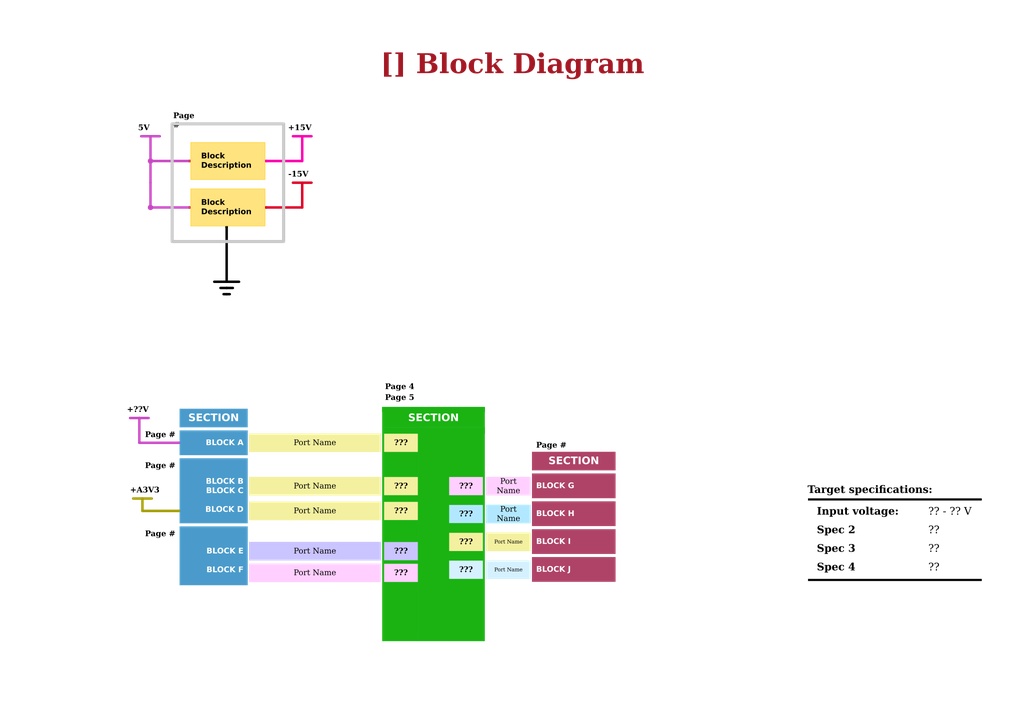
<source format=kicad_sch>
(kicad_sch
	(version 20250114)
	(generator "eeschema")
	(generator_version "9.0")
	(uuid "d4440dba-022e-49b2-97f2-6fc1871c7304")
	(paper "A3")
	(title_block
		(title "Block Diagram")
		(date "Last Modified Date")
		(rev "${REVISION}")
		(company "${COMPANY}")
	)
	(lib_symbols)
	(rectangle
		(start 108.839 84.709)
		(end 109.474 85.471)
		(stroke
			(width 0.25)
			(type default)
			(color 212 0 32 1)
		)
		(fill
			(type color)
			(color 212 0 32 1)
		)
		(uuid 0237e457-1554-43e7-a04a-9bbc304cb750)
	)
	(rectangle
		(start 157.48 238.76)
		(end 171.45 262.89)
		(stroke
			(width 0)
			(type default)
			(color 26 179 18 1)
		)
		(fill
			(type color)
			(color 26 179 18 1)
		)
		(uuid 05c43237-d989-46c7-a838-1fe3e687d325)
	)
	(rectangle
		(start 77.47 84.709)
		(end 78.105 85.471)
		(stroke
			(width 0.25)
			(type default)
			(color 200 50 50 1)
		)
		(fill
			(type color)
			(color 200 50 50 1)
		)
		(uuid 0d430dd7-6ee0-49d3-a0fa-6967402d4a3a)
	)
	(rectangle
		(start 184.15 214.63)
		(end 198.12 218.44)
		(stroke
			(width 0)
			(type default)
			(color 26 179 18 1)
		)
		(fill
			(type color)
			(color 26 179 18 1)
		)
		(uuid 18d023c4-e3f0-46c9-87ca-5d30d9cdf2c3)
	)
	(rectangle
		(start 78.232 58.42)
		(end 108.712 73.66)
		(stroke
			(width 0)
			(type default)
			(color 255 200 0 0.5019607843)
		)
		(fill
			(type color)
			(color 255 200 0 0.5019607843)
		)
		(uuid 2d9051c0-06cf-4e3a-9d86-de06c0d33079)
	)
	(rectangle
		(start 77.47 65.659)
		(end 78.105 66.421)
		(stroke
			(width 0.25)
			(type default)
			(color 200 50 50 1)
		)
		(fill
			(type color)
			(color 200 50 50 1)
		)
		(uuid 3070d984-75bc-40bb-a077-beeef2510c95)
	)
	(rectangle
		(start 157.48 213.36)
		(end 171.45 222.25)
		(stroke
			(width 0)
			(type default)
			(color 26 179 18 1)
		)
		(fill
			(type color)
			(color 26 179 18 1)
		)
		(uuid 39c3df59-f9d6-4c44-9610-c14f06418e27)
	)
	(rectangle
		(start 184.15 237.49)
		(end 198.12 262.89)
		(stroke
			(width 0)
			(type default)
			(color 26 179 18 1)
		)
		(fill
			(type color)
			(color 26 179 18 1)
		)
		(uuid 3a6c1391-840d-4a80-9739-78b63fe94339)
	)
	(rectangle
		(start 157.48 229.87)
		(end 171.45 231.14)
		(stroke
			(width 0)
			(type default)
			(color 26 179 18 1)
		)
		(fill
			(type color)
			(color 26 179 18 1)
		)
		(uuid 421816ca-5f12-4e86-8e69-316b379c8971)
	)
	(rectangle
		(start 156.845 167.005)
		(end 198.755 168.91)
		(stroke
			(width 0.254)
			(type default)
			(color 26 179 18 1)
		)
		(fill
			(type color)
			(color 26 179 18 1)
		)
		(uuid 55bb8f5d-1716-457c-ab18-7887e7f79c32)
	)
	(circle
		(center 61.722 85.09)
		(radius 1.016)
		(stroke
			(width 0)
			(type default)
			(color 198 71 194 1)
		)
		(fill
			(type color)
			(color 198 71 194 1)
		)
		(uuid 58ff020c-c0fb-495a-a8a3-92972d07ced1)
	)
	(rectangle
		(start 73.025 181.229)
		(end 73.66 181.991)
		(stroke
			(width 0.25)
			(type default)
			(color 198 71 194 1)
		)
		(fill
			(type color)
			(color 198 71 194 1)
		)
		(uuid 71a7bc8d-71ba-4784-b706-1c489dd4699b)
	)
	(rectangle
		(start 157.48 203.2)
		(end 171.45 205.74)
		(stroke
			(width 0)
			(type default)
			(color 26 179 18 1)
		)
		(fill
			(type color)
			(color 26 179 18 1)
		)
		(uuid 7b3048d9-9f27-43c5-89d8-687bf1563aee)
	)
	(rectangle
		(start 198.12 167.005)
		(end 198.755 262.89)
		(stroke
			(width 0)
			(type default)
			(color 26 179 18 1)
		)
		(fill
			(type color)
			(color 26 179 18 1)
		)
		(uuid 82b7fc9f-5c53-4bad-ac33-36ff04086978)
	)
	(rectangle
		(start 331.47 237.49)
		(end 402.59 238.252)
		(stroke
			(width 0)
			(type default)
			(color 0 0 0 1)
		)
		(fill
			(type color)
			(color 0 0 0 1)
		)
		(uuid 8956a1c0-282a-4b1e-927b-8bc74278d14f)
	)
	(rectangle
		(start 78.232 77.47)
		(end 108.712 92.71)
		(stroke
			(width 0)
			(type default)
			(color 255 200 0 0.5019607843)
		)
		(fill
			(type color)
			(color 255 200 0 0.5019607843)
		)
		(uuid a47826fc-526c-4a52-84ae-b6a04e3e3b0c)
	)
	(rectangle
		(start 157.48 175.26)
		(end 198.755 177.8)
		(stroke
			(width 0)
			(type default)
			(color 26 179 18 1)
		)
		(fill
			(type color)
			(color 26 179 18 1)
		)
		(uuid a952ed71-59f7-4034-9137-c9beed0052e5)
	)
	(rectangle
		(start 70.612 50.8)
		(end 116.332 99.06)
		(stroke
			(width 1.27)
			(type default)
			(color 200 200 200 1)
		)
		(fill
			(type none)
		)
		(uuid b5318274-8945-46d8-99fc-2fb62def5b67)
	)
	(rectangle
		(start 171.45 177.165)
		(end 184.15 262.89)
		(stroke
			(width 0)
			(type default)
			(color 26 179 18 1)
		)
		(fill
			(type color)
			(color 26 179 18 1)
		)
		(uuid b5912d90-a2e6-47a8-b37f-79df93690db6)
	)
	(rectangle
		(start 92.456 92.71)
		(end 93.472 93.472)
		(stroke
			(width 0.001)
			(type default)
			(color 0 0 0 1)
		)
		(fill
			(type color)
			(color 0 0 0 1)
		)
		(uuid b708d319-09b2-4d42-8c3b-186b2ae54113)
	)
	(rectangle
		(start 184.15 226.06)
		(end 198.12 229.87)
		(stroke
			(width 0)
			(type default)
			(color 26 179 18 1)
		)
		(fill
			(type color)
			(color 26 179 18 1)
		)
		(uuid bdbbf18e-6f1e-46bc-83ed-402e06ceb661)
	)
	(rectangle
		(start 184.15 203.2)
		(end 198.12 207.01)
		(stroke
			(width 0)
			(type default)
			(color 26 179 18 1)
		)
		(fill
			(type color)
			(color 26 179 18 1)
		)
		(uuid be3f6889-490c-44fa-9418-f01ed8476be7)
	)
	(rectangle
		(start 184.15 177.8)
		(end 198.12 195.58)
		(stroke
			(width 0)
			(type default)
			(color 26 179 18 1)
		)
		(fill
			(type color)
			(color 26 179 18 1)
		)
		(uuid cdf72398-0431-4b4b-8fdb-00fcbee68e2a)
	)
	(rectangle
		(start 331.47 204.47)
		(end 402.59 205.232)
		(stroke
			(width 0)
			(type default)
			(color 0 0 0 1)
		)
		(fill
			(type color)
			(color 0 0 0 1)
		)
		(uuid d631d51a-2515-45dc-a2c0-e57c4fee46cd)
	)
	(rectangle
		(start 156.845 167.005)
		(end 157.48 262.89)
		(stroke
			(width 0)
			(type default)
			(color 26 179 18 1)
		)
		(fill
			(type color)
			(color 26 179 18 1)
		)
		(uuid d92c43be-acae-42f6-9179-96820bcc6ef2)
	)
	(rectangle
		(start 108.839 65.659)
		(end 109.474 66.421)
		(stroke
			(width 0.25)
			(type default)
			(color 255 0 171 1)
		)
		(fill
			(type color)
			(color 255 0 171 1)
		)
		(uuid e7ce496d-41ff-4f99-ad4b-3310127e6767)
	)
	(rectangle
		(start 73.025 209.169)
		(end 73.66 209.931)
		(stroke
			(width 0.25)
			(type default)
			(color 162 155 0 1)
		)
		(fill
			(type color)
			(color 162 155 0 1)
		)
		(uuid f2563de6-36a4-46ea-b401-ec1c1b726413)
	)
	(rectangle
		(start 157.48 185.42)
		(end 171.45 195.58)
		(stroke
			(width 0)
			(type default)
			(color 26 179 18 1)
		)
		(fill
			(type color)
			(color 26 179 18 1)
		)
		(uuid f4ff3a95-a29b-44f5-99fe-90e2d6c5e225)
	)
	(circle
		(center 61.722 66.04)
		(radius 1.016)
		(stroke
			(width 0)
			(type default)
			(color 198 71 194 1)
		)
		(fill
			(type color)
			(color 198 71 194 1)
		)
		(uuid f91516a8-4921-4198-b3b9-99239f4ff99a)
	)
	(text "+15V"
		(exclude_from_sim no)
		(at 127.762 54.61 0)
		(effects
			(font
				(face "Times New Roman")
				(size 2.286 2.286)
				(thickness 0.4572)
				(bold yes)
				(color 0 0 0 1)
			)
			(justify right bottom)
		)
		(uuid "21652dff-f089-4644-9826-ab550c17fe1e")
	)
	(text "-15V"
		(exclude_from_sim no)
		(at 126.492 73.66 0)
		(effects
			(font
				(face "Times New Roman")
				(size 2.286 2.286)
				(thickness 0.4572)
				(bold yes)
				(color 0 0 0 1)
			)
			(justify right bottom)
		)
		(uuid "39b0f7d1-5592-43ea-b435-cece3488b03d")
	)
	(text "+??V"
		(exclude_from_sim no)
		(at 52.07 170.18 0)
		(effects
			(font
				(face "Times New Roman")
				(size 2.286 2.286)
				(thickness 0.4572)
				(bold yes)
				(color 0 0 0 1)
			)
			(justify left bottom)
		)
		(uuid "61bcd564-dc47-4abd-8776-b89cef66ed38")
	)
	(text "+A3V3"
		(exclude_from_sim no)
		(at 53.34 203.2 0)
		(effects
			(font
				(face "Times New Roman")
				(size 2.286 2.286)
				(thickness 0.4572)
				(bold yes)
				(color 0 0 0 1)
			)
			(justify left bottom)
		)
		(uuid "9f95118d-0d59-44c2-9418-d899cdef91d3")
	)
	(text "5V"
		(exclude_from_sim no)
		(at 56.642 54.61 0)
		(effects
			(font
				(face "Times New Roman")
				(size 2.286 2.286)
				(thickness 0.4572)
				(bold yes)
				(color 0 0 0 1)
			)
			(justify left bottom)
		)
		(uuid "a2780b80-7238-4e12-9f78-ef54d66dcccc")
	)
	(text_box "Spec 3"
		(exclude_from_sim no)
		(at 332.74 220.98 0)
		(size 41.91 7.62)
		(margins 2.2859 2.2859 2.2859 2.2859)
		(stroke
			(width -0.0001)
			(type default)
		)
		(fill
			(type none)
		)
		(effects
			(font
				(face "Times New Roman")
				(size 3.048 3.048)
				(thickness 0.4572)
				(bold yes)
				(color 0 0 0 1)
			)
			(justify left top)
		)
		(uuid "094af17b-7d27-428a-ac7d-32c4461d72c7")
	)
	(text_box "Block\nDescription"
		(exclude_from_sim no)
		(at 80.772 80.01 0)
		(size 25.4 10.16)
		(margins 1.7144 1.7144 1.7144 1.7144)
		(stroke
			(width -0.0001)
			(type default)
		)
		(fill
			(type none)
		)
		(effects
			(font
				(face "Arial")
				(size 2.286 2.286)
				(thickness 0.254)
				(bold yes)
				(color 0 0 0 1)
			)
			(justify left top)
		)
		(uuid "09ba23be-b0e7-4b83-8609-d145cf0340f4")
	)
	(text_box "???"
		(exclude_from_sim no)
		(at 157.48 195.58 0)
		(size 13.97 7.62)
		(margins 1.7144 1.7144 1.7144 1.7144)
		(stroke
			(width -0.0001)
			(type default)
		)
		(fill
			(type color)
			(color 243 240 160 1)
		)
		(effects
			(font
				(face "Times New Roman")
				(size 2.286 2.286)
				(bold yes)
				(color 0 0 0 1)
			)
		)
		(uuid "0aa0c4e1-070f-42df-94e3-eb4334e328f3")
	)
	(text_box "Spec 2"
		(exclude_from_sim no)
		(at 332.74 213.36 0)
		(size 43.18 7.62)
		(margins 2.2859 2.2859 2.2859 2.2859)
		(stroke
			(width -0.0001)
			(type default)
		)
		(fill
			(type none)
		)
		(effects
			(font
				(face "Times New Roman")
				(size 3.048 3.048)
				(thickness 0.4572)
				(bold yes)
				(color 0 0 0 1)
			)
			(justify left top)
		)
		(uuid "16ff5c12-a59a-498f-9a58-8440cea84b9d")
	)
	(text_box "Port Name"
		(exclude_from_sim no)
		(at 102.108 195.58 0)
		(size 54.102 7.62)
		(margins 1.7144 1.7144 1.7144 1.7144)
		(stroke
			(width -0.0001)
			(type default)
		)
		(fill
			(type color)
			(color 243 240 160 1)
		)
		(effects
			(font
				(face "Times New Roman")
				(size 2.286 2.286)
				(italic yes)
				(color 0 0 0 1)
			)
		)
		(uuid "1987247e-db63-4ffa-a72e-634d9843c64c")
	)
	(text_box "SECTION"
		(exclude_from_sim no)
		(at 157.48 167.64 0)
		(size 40.64 7.62)
		(margins 2.2859 2.2859 2.2859 2.2859)
		(stroke
			(width -0.0001)
			(type default)
		)
		(fill
			(type color)
			(color 26 179 18 1)
		)
		(effects
			(font
				(face "Arial")
				(size 3.048 3.048)
				(bold yes)
				(color 255 255 255 1)
			)
		)
		(uuid "1d0d83c3-74d6-4a1f-8c3f-65fbe3fb5ec9")
	)
	(text_box "Port Name"
		(exclude_from_sim no)
		(at 102.108 231.14 0)
		(size 54.102 7.62)
		(margins 1.7144 1.7144 1.7144 1.7144)
		(stroke
			(width -0.0001)
			(type default)
		)
		(fill
			(type color)
			(color 255 207 255 1)
		)
		(effects
			(font
				(face "Times New Roman")
				(size 2.286 2.286)
				(italic yes)
				(color 0 0 0 1)
			)
		)
		(uuid "205684f9-9b3f-4aef-bbd6-2a2cbf506b65")
	)
	(text_box "???"
		(exclude_from_sim no)
		(at 157.48 205.74 0)
		(size 13.97 7.62)
		(margins 1.7144 1.7144 1.7144 1.7144)
		(stroke
			(width -0.0001)
			(type default)
		)
		(fill
			(type color)
			(color 243 240 160 1)
		)
		(effects
			(font
				(face "Times New Roman")
				(size 2.286 2.286)
				(bold yes)
				(color 0 0 0 1)
			)
		)
		(uuid "2576afd7-0caa-4c76-bd9f-222a1d2c4dc0")
	)
	(text_box "???"
		(exclude_from_sim no)
		(at 157.48 177.8 0)
		(size 13.97 7.62)
		(margins 1.7144 1.7144 1.7144 1.7144)
		(stroke
			(width -0.0001)
			(type default)
		)
		(fill
			(type color)
			(color 243 240 160 1)
		)
		(effects
			(font
				(face "Times New Roman")
				(size 2.286 2.286)
				(bold yes)
				(color 0 0 0 1)
			)
		)
		(uuid "29f18459-3b0c-4e53-a96d-cae677d37f45")
	)
	(text_box "Page #"
		(exclude_from_sim no)
		(at 218.186 179.578 0)
		(size 17.78 5.08)
		(margins 1.7144 1.7144 1.7144 1.7144)
		(stroke
			(width -0.0001)
			(type default)
		)
		(fill
			(type none)
		)
		(effects
			(font
				(face "Times New Roman")
				(size 2.286 2.286)
				(thickness 0.4572)
				(bold yes)
				(color 0 0 0 1)
			)
			(justify left top)
			(href "#8")
		)
		(uuid "2c748904-640a-4790-9cd3-81e6145a1f3e")
	)
	(text_box "Port Name"
		(exclude_from_sim no)
		(at 199.39 195.58 0)
		(size 18.288 7.62)
		(margins 1.7144 1.7144 1.7144 1.7144)
		(stroke
			(width -0.0001)
			(type default)
		)
		(fill
			(type color)
			(color 255 207 255 1)
		)
		(effects
			(font
				(face "Times New Roman")
				(size 2.286 2.286)
				(italic yes)
				(color 0 0 0 1)
			)
		)
		(uuid "2eccac48-a697-4b98-a3f1-dcbeefca3094")
	)
	(text_box "Input voltage:"
		(exclude_from_sim no)
		(at 332.74 205.74 0)
		(size 41.91 7.62)
		(margins 2.2859 2.2859 2.2859 2.2859)
		(stroke
			(width -0.0001)
			(type default)
		)
		(fill
			(type none)
		)
		(effects
			(font
				(face "Times New Roman")
				(size 3.048 3.048)
				(thickness 0.4572)
				(bold yes)
				(color 0 0 0 1)
			)
			(justify left top)
		)
		(uuid "347e7e61-7c93-449c-8c65-b1d74937394e")
	)
	(text_box "Port Name"
		(exclude_from_sim no)
		(at 102.108 177.8 0)
		(size 54.102 7.62)
		(margins 1.7144 1.7144 1.7144 1.7144)
		(stroke
			(width -0.0001)
			(type default)
		)
		(fill
			(type color)
			(color 243 240 160 1)
		)
		(effects
			(font
				(face "Times New Roman")
				(size 2.286 2.286)
				(italic yes)
				(color 0 0 0 1)
			)
		)
		(uuid "34f97dad-9bc3-424e-b006-bedf003458aa")
	)
	(text_box "??"
		(exclude_from_sim no)
		(at 378.46 228.6 0)
		(size 24.13 7.62)
		(margins 2.2859 2.2859 2.2859 2.2859)
		(stroke
			(width -0.0001)
			(type default)
		)
		(fill
			(type none)
		)
		(effects
			(font
				(face "Times New Roman")
				(size 3.048 3.048)
				(color 0 0 0 1)
			)
			(justify left top)
		)
		(uuid "37354c60-dbdb-4aa1-a2b0-e6db1fd7a12e")
	)
	(text_box "??"
		(exclude_from_sim no)
		(at 378.46 213.36 0)
		(size 24.13 7.62)
		(margins 2.2859 2.2859 2.2859 2.2859)
		(stroke
			(width -0.0001)
			(type default)
		)
		(fill
			(type none)
		)
		(effects
			(font
				(face "Times New Roman")
				(size 3.048 3.048)
				(color 0 0 0 1)
			)
			(justify left top)
		)
		(uuid "3d9a8928-04fd-4c32-8894-e3210045027d")
	)
	(text_box "\nBLOCK E\n\nBLOCK F"
		(exclude_from_sim no)
		(at 73.66 215.9 0)
		(size 27.94 24.13)
		(margins 1.7144 1.7144 1.7144 1.7144)
		(stroke
			(width -0.0001)
			(type default)
		)
		(fill
			(type color)
			(color 74 155 203 1)
		)
		(effects
			(font
				(face "Arial")
				(size 2.286 2.286)
				(bold yes)
				(color 255 255 255 1)
			)
			(justify right)
		)
		(uuid "4299d747-90ff-4a47-9b32-97c12f9ab979")
	)
	(text_box "Port Name"
		(exclude_from_sim no)
		(at 199.39 218.44 0)
		(size 18.288 7.62)
		(margins 1.1429 1.1429 1.1429 1.1429)
		(stroke
			(width -0.0001)
			(type default)
		)
		(fill
			(type color)
			(color 243 240 160 1)
		)
		(effects
			(font
				(face "Times New Roman")
				(size 1.524 1.524)
				(italic yes)
				(color 0 0 0 1)
			)
		)
		(uuid "4616f06b-0c0c-4da0-aaa7-60ade012707d")
	)
	(text_box "Port Name"
		(exclude_from_sim no)
		(at 102.108 222.25 0)
		(size 54.102 7.62)
		(margins 1.7144 1.7144 1.7144 1.7144)
		(stroke
			(width -0.0001)
			(type default)
		)
		(fill
			(type color)
			(color 202 196 255 1)
		)
		(effects
			(font
				(face "Times New Roman")
				(size 2.286 2.286)
				(italic yes)
				(color 0 0 0 1)
			)
		)
		(uuid "4be2fbb4-9521-4c43-b13b-45298595a8b7")
	)
	(text_box "SECTION"
		(exclude_from_sim no)
		(at 218.186 185.293 0)
		(size 34.29 7.62)
		(margins 2.2859 2.2859 2.2859 2.2859)
		(stroke
			(width -0.0001)
			(type default)
		)
		(fill
			(type color)
			(color 175 67 103 1)
		)
		(effects
			(font
				(face "Arial")
				(size 3.048 3.048)
				(bold yes)
				(color 255 255 255 1)
			)
		)
		(uuid "50f90389-4852-4d94-a1e5-f12357304e05")
	)
	(text_box "BLOCK A"
		(exclude_from_sim no)
		(at 73.66 176.53 0)
		(size 27.94 10.16)
		(margins 1.7144 1.7144 1.7144 1.7144)
		(stroke
			(width -0.0001)
			(type default)
		)
		(fill
			(type color)
			(color 74 155 203 1)
		)
		(effects
			(font
				(face "Arial")
				(size 2.286 2.286)
				(bold yes)
				(color 255 255 255 1)
			)
			(justify right)
		)
		(uuid "5a2e6555-9060-4d4a-9a34-a05560ac30d8")
	)
	(text_box "BLOCK I"
		(exclude_from_sim no)
		(at 218.186 217.043 0)
		(size 34.29 10.16)
		(margins 1.7144 1.7144 1.7144 1.7144)
		(stroke
			(width -0.0001)
			(type default)
		)
		(fill
			(type color)
			(color 175 67 103 1)
		)
		(effects
			(font
				(face "Arial")
				(size 2.286 2.286)
				(bold yes)
				(color 255 255 255 1)
			)
			(justify left)
		)
		(uuid "5f14182b-c93f-4d15-9db7-1a029aadad7b")
	)
	(text_box "BLOCK G"
		(exclude_from_sim no)
		(at 218.186 194.183 0)
		(size 34.29 10.16)
		(margins 1.7144 1.7144 1.7144 1.7144)
		(stroke
			(width -0.0001)
			(type default)
		)
		(fill
			(type color)
			(color 175 67 103 1)
		)
		(effects
			(font
				(face "Arial")
				(size 2.286 2.286)
				(bold yes)
				(color 255 255 255 1)
			)
			(justify left)
		)
		(uuid "6f80972b-0868-4998-bb39-1d5e548cee7c")
	)
	(text_box "[${#}] ${TITLE}"
		(exclude_from_sim no)
		(at 144.78 20.32 0)
		(size 130.81 12.7)
		(margins 5.9999 5.9999 5.9999 5.9999)
		(stroke
			(width -0.0001)
			(type default)
		)
		(fill
			(type none)
		)
		(effects
			(font
				(face "Times New Roman")
				(size 8 8)
				(thickness 1.2)
				(bold yes)
				(color 162 22 34 1)
			)
		)
		(uuid "73b2b29c-2473-4e80-be0b-4f57c6856c3e")
	)
	(text_box "Page #"
		(exclude_from_sim no)
		(at 69.342 44.45 0)
		(size 13.97 5.08)
		(margins 1.7144 1.7144 1.7144 1.7144)
		(stroke
			(width -0.0001)
			(type default)
		)
		(fill
			(type none)
		)
		(effects
			(font
				(face "Times New Roman")
				(size 2.286 2.286)
				(thickness 0.4572)
				(bold yes)
				(color 0 0 0 1)
			)
			(justify left top)
		)
		(uuid "7d0acf89-7773-4e7f-ac89-c1f23d71a151")
	)
	(text_box "Page #"
		(exclude_from_sim no)
		(at 55.88 215.9 0)
		(size 17.78 5.08)
		(margins 1.7144 1.7144 1.7144 1.7144)
		(stroke
			(width -0.0001)
			(type default)
		)
		(fill
			(type none)
		)
		(effects
			(font
				(face "Times New Roman")
				(size 2.286 2.286)
				(thickness 0.4572)
				(bold yes)
				(color 0 0 0 1)
			)
			(justify right top)
			(href "#")
		)
		(uuid "7e1549f9-ed1a-486d-b663-7ab14f355318")
	)
	(text_box "Target specifications:"
		(exclude_from_sim no)
		(at 328.93 196.85 0)
		(size 73.66 7.62)
		(margins 2.2859 2.2859 2.2859 2.2859)
		(stroke
			(width -0.0001)
			(type default)
		)
		(fill
			(type none)
		)
		(effects
			(font
				(face "Times New Roman")
				(size 3.048 3.048)
				(thickness 0.4572)
				(bold yes)
				(color 0 0 0 1)
			)
			(justify left top)
		)
		(uuid "874bfc99-fafe-40d4-b7af-9ddb98b61eea")
	)
	(text_box "??"
		(exclude_from_sim no)
		(at 378.46 220.98 0)
		(size 24.13 7.62)
		(margins 2.2859 2.2859 2.2859 2.2859)
		(stroke
			(width -0.0001)
			(type default)
		)
		(fill
			(type none)
		)
		(effects
			(font
				(face "Times New Roman")
				(size 3.048 3.048)
				(color 0 0 0 1)
			)
			(justify left top)
		)
		(uuid "8d13c5b4-c5e0-49ad-8e30-5a14333c15f4")
	)
	(text_box "???"
		(exclude_from_sim no)
		(at 157.48 222.25 0)
		(size 13.97 7.62)
		(margins 1.7144 1.7144 1.7144 1.7144)
		(stroke
			(width -0.0001)
			(type default)
		)
		(fill
			(type color)
			(color 202 196 255 1)
		)
		(effects
			(font
				(face "Times New Roman")
				(size 2.286 2.286)
				(bold yes)
				(color 0 0 0 1)
			)
		)
		(uuid "8d5e3fa3-e0ae-46de-9bca-be5f9d003da2")
	)
	(text_box "Page #"
		(exclude_from_sim no)
		(at 55.88 175.26 0)
		(size 17.78 5.08)
		(margins 1.7144 1.7144 1.7144 1.7144)
		(stroke
			(width -0.0001)
			(type default)
		)
		(fill
			(type none)
		)
		(effects
			(font
				(face "Times New Roman")
				(size 2.286 2.286)
				(thickness 0.4572)
				(bold yes)
				(color 0 0 0 1)
			)
			(justify right top)
		)
		(uuid "9e4a510b-5c75-46a6-9e6e-397aa68ebd40")
	)
	(text_box "SECTION"
		(exclude_from_sim no)
		(at 73.66 167.64 0)
		(size 27.94 7.62)
		(margins 2.2859 2.2859 2.2859 2.2859)
		(stroke
			(width -0.0001)
			(type default)
		)
		(fill
			(type color)
			(color 74 155 203 1)
		)
		(effects
			(font
				(face "Arial")
				(size 3.048 3.048)
				(bold yes)
				(color 255 255 255 1)
			)
		)
		(uuid "a5dfea43-92a3-4c4a-a914-eb784ef96d73")
	)
	(text_box "?? - ?? V"
		(exclude_from_sim no)
		(at 378.46 205.74 0)
		(size 24.13 7.62)
		(margins 2.2859 2.2859 2.2859 2.2859)
		(stroke
			(width -0.0001)
			(type default)
		)
		(fill
			(type none)
		)
		(effects
			(font
				(face "Times New Roman")
				(size 3.048 3.048)
				(color 0 0 0 1)
			)
			(justify left top)
		)
		(uuid "aa388299-5267-444a-a70f-fbbbf3a9efdc")
	)
	(text_box "???"
		(exclude_from_sim no)
		(at 157.48 231.14 0)
		(size 13.97 7.62)
		(margins 1.7144 1.7144 1.7144 1.7144)
		(stroke
			(width -0.0001)
			(type default)
		)
		(fill
			(type color)
			(color 255 207 255 1)
		)
		(effects
			(font
				(face "Times New Roman")
				(size 2.286 2.286)
				(bold yes)
				(color 0 0 0 1)
			)
		)
		(uuid "ab21cef4-7adc-4acc-bdaa-b46c7f774ce6")
	)
	(text_box "???"
		(exclude_from_sim no)
		(at 184.15 229.87 0)
		(size 13.97 7.62)
		(margins 1.7144 1.7144 1.7144 1.7144)
		(stroke
			(width -0.0001)
			(type default)
		)
		(fill
			(type color)
			(color 213 241 255 1)
		)
		(effects
			(font
				(face "Times New Roman")
				(size 2.286 2.286)
				(bold yes)
				(color 0 0 0 1)
			)
		)
		(uuid "ac56c48c-4a2e-4776-9858-933bd22ee6ee")
	)
	(text_box "Page 4"
		(exclude_from_sim no)
		(at 156.21 155.575 0)
		(size 24.765 5.08)
		(margins 1.7144 1.7144 1.7144 1.7144)
		(stroke
			(width -0.0001)
			(type default)
		)
		(fill
			(type none)
		)
		(effects
			(font
				(face "Times New Roman")
				(size 2.286 2.286)
				(thickness 0.4572)
				(bold yes)
				(color 0 0 0 1)
			)
			(justify left top)
		)
		(uuid "af913ec4-8a49-4345-bec6-fafb6d986bc2")
	)
	(text_box "???"
		(exclude_from_sim no)
		(at 184.15 218.44 0)
		(size 13.97 7.62)
		(margins 1.7144 1.7144 1.7144 1.7144)
		(stroke
			(width -0.0001)
			(type default)
		)
		(fill
			(type color)
			(color 243 240 160 1)
		)
		(effects
			(font
				(face "Times New Roman")
				(size 2.286 2.286)
				(bold yes)
				(color 0 0 0 1)
			)
		)
		(uuid "b25023e5-acfa-4102-bb80-efad95c74d40")
	)
	(text_box "???"
		(exclude_from_sim no)
		(at 184.15 207.01 0)
		(size 13.97 7.62)
		(margins 1.7144 1.7144 1.7144 1.7144)
		(stroke
			(width -0.0001)
			(type default)
		)
		(fill
			(type color)
			(color 178 232 255 1)
		)
		(effects
			(font
				(face "Times New Roman")
				(size 2.286 2.286)
				(bold yes)
				(color 0 0 0 1)
			)
		)
		(uuid "c2c0d0c9-0dec-46a5-9473-b81815342d7b")
	)
	(text_box "Port Name"
		(exclude_from_sim no)
		(at 102.108 205.74 0)
		(size 54.102 7.62)
		(margins 1.7144 1.7144 1.7144 1.7144)
		(stroke
			(width -0.0001)
			(type default)
		)
		(fill
			(type color)
			(color 243 240 160 1)
		)
		(effects
			(font
				(face "Times New Roman")
				(size 2.286 2.286)
				(italic yes)
				(color 0 0 0 1)
			)
		)
		(uuid "c7f141f1-0a13-41d6-9001-79167345df61")
	)
	(text_box "Port Name"
		(exclude_from_sim no)
		(at 199.39 207.01 0)
		(size 18.288 7.62)
		(margins 1.7144 1.7144 1.7144 1.7144)
		(stroke
			(width -0.0001)
			(type default)
		)
		(fill
			(type color)
			(color 178 232 255 1)
		)
		(effects
			(font
				(face "Times New Roman")
				(size 2.286 2.286)
				(italic yes)
				(color 0 0 0 1)
			)
		)
		(uuid "ce8d5aa2-32fa-41ab-879e-c8a14b311e71")
	)
	(text_box "BLOCK J"
		(exclude_from_sim no)
		(at 218.186 228.473 0)
		(size 34.29 10.16)
		(margins 1.7144 1.7144 1.7144 1.7144)
		(stroke
			(width -0.0001)
			(type default)
		)
		(fill
			(type color)
			(color 175 67 103 1)
		)
		(effects
			(font
				(face "Arial")
				(size 2.286 2.286)
				(bold yes)
				(color 255 255 255 1)
			)
			(justify left)
		)
		(uuid "d11c5cc0-b2d5-4819-92dd-51b892f4bd76")
	)
	(text_box "Port Name"
		(exclude_from_sim no)
		(at 199.39 229.87 0)
		(size 18.288 7.62)
		(margins 1.1429 1.1429 1.1429 1.1429)
		(stroke
			(width -0.0001)
			(type default)
		)
		(fill
			(type color)
			(color 213 241 255 1)
		)
		(effects
			(font
				(face "Times New Roman")
				(size 1.524 1.524)
				(italic yes)
				(color 0 0 0 1)
			)
		)
		(uuid "d95aa69c-63fb-4b5d-9978-ffe4aa9ad079")
	)
	(text_box "???"
		(exclude_from_sim no)
		(at 184.15 195.58 0)
		(size 13.97 7.62)
		(margins 1.7144 1.7144 1.7144 1.7144)
		(stroke
			(width -0.0001)
			(type default)
		)
		(fill
			(type color)
			(color 255 207 255 1)
		)
		(effects
			(font
				(face "Times New Roman")
				(size 2.286 2.286)
				(bold yes)
				(color 0 0 0 1)
			)
		)
		(uuid "e2d08c91-25de-4e80-a665-a7cd6ec63101")
	)
	(text_box "Page 5"
		(exclude_from_sim no)
		(at 156.21 160.02 0)
		(size 24.765 5.08)
		(margins 1.7144 1.7144 1.7144 1.7144)
		(stroke
			(width -0.0001)
			(type default)
		)
		(fill
			(type none)
		)
		(effects
			(font
				(face "Times New Roman")
				(size 2.286 2.286)
				(thickness 0.4572)
				(bold yes)
				(color 0 0 0 1)
			)
			(justify left top)
			(href "#5")
		)
		(uuid "e8b722a7-e885-4392-8585-c14113718643")
	)
	(text_box "Page #"
		(exclude_from_sim no)
		(at 55.88 187.96 0)
		(size 17.78 5.08)
		(margins 1.7144 1.7144 1.7144 1.7144)
		(stroke
			(width -0.0001)
			(type default)
		)
		(fill
			(type none)
		)
		(effects
			(font
				(face "Times New Roman")
				(size 2.286 2.286)
				(thickness 0.4572)
				(bold yes)
				(color 0 0 0 1)
			)
			(justify right top)
		)
		(uuid "ed339cec-4d03-443c-9621-bdc36e032f0f")
	)
	(text_box "\nBLOCK B\nBLOCK C\n\nBLOCK D"
		(exclude_from_sim no)
		(at 73.66 187.96 0)
		(size 27.94 26.67)
		(margins 1.7144 1.7144 1.7144 1.7144)
		(stroke
			(width -0.0001)
			(type default)
		)
		(fill
			(type color)
			(color 74 155 203 1)
		)
		(effects
			(font
				(face "Arial")
				(size 2.286 2.286)
				(bold yes)
				(color 255 255 255 1)
			)
			(justify right)
		)
		(uuid "ed5022fd-7df6-48a2-9346-7cffbd945cc2")
	)
	(text_box "Spec 4"
		(exclude_from_sim no)
		(at 332.74 228.6 0)
		(size 44.45 7.62)
		(margins 2.2859 2.2859 2.2859 2.2859)
		(stroke
			(width -0.0001)
			(type default)
		)
		(fill
			(type none)
		)
		(effects
			(font
				(face "Times New Roman")
				(size 3.048 3.048)
				(thickness 0.4572)
				(bold yes)
				(color 0 0 0 1)
			)
			(justify left top)
		)
		(uuid "f73ecd5d-28d4-4dc6-ad8d-2c156959b733")
	)
	(text_box "Block\nDescription"
		(exclude_from_sim no)
		(at 80.772 60.96 0)
		(size 25.4 10.16)
		(margins 1.7144 1.7144 1.7144 1.7144)
		(stroke
			(width -0.0001)
			(type default)
		)
		(fill
			(type none)
		)
		(effects
			(font
				(face "Arial")
				(size 2.286 2.286)
				(thickness 0.254)
				(bold yes)
				(color 0 0 0 1)
			)
			(justify left top)
		)
		(uuid "fa5980b9-e4f3-4da8-ab01-e73489c1ad9d")
	)
	(text_box "BLOCK H"
		(exclude_from_sim no)
		(at 218.186 205.613 0)
		(size 34.29 10.16)
		(margins 1.7144 1.7144 1.7144 1.7144)
		(stroke
			(width -0.0001)
			(type default)
		)
		(fill
			(type color)
			(color 175 67 103 1)
		)
		(effects
			(font
				(face "Arial")
				(size 2.286 2.286)
				(bold yes)
				(color 255 255 255 1)
			)
			(justify left)
		)
		(uuid "fd61c9c5-9a5f-4021-bb34-8e82244796ab")
	)
	(polyline
		(pts
			(xy 123.952 74.93) (xy 120.142 74.93)
		)
		(stroke
			(width 1.016)
			(type default)
			(color 212 0 32 1)
		)
		(uuid "0ad822fe-b2bf-4728-8a43-796a70a9fcef")
	)
	(polyline
		(pts
			(xy 57.15 171.45) (xy 60.96 171.45)
		)
		(stroke
			(width 1.016)
			(type default)
			(color 198 71 194 1)
		)
		(uuid "0c4f2c87-5668-4ab3-9f54-bb552b1160e0")
	)
	(polyline
		(pts
			(xy 109.22 66.04) (xy 123.952 66.04)
		)
		(stroke
			(width 1.016)
			(type default)
			(color 255 0 171 1)
		)
		(uuid "0ed64fab-7c93-4b9e-8488-f7bf9ddb0328")
	)
	(polyline
		(pts
			(xy 73.152 209.55) (xy 58.42 209.55)
		)
		(stroke
			(width 1.016)
			(type default)
			(color 162 155 0 1)
		)
		(uuid "10164b1f-38dc-4229-b35a-0e6d2f6fb9c8")
	)
	(polyline
		(pts
			(xy 92.964 115.57) (xy 98.044 115.57)
		)
		(stroke
			(width 1.016)
			(type default)
			(color 0 0 0 1)
		)
		(uuid "108b3f3d-7870-4a32-a39e-da98900ff511")
	)
	(polyline
		(pts
			(xy 73.152 181.61) (xy 57.15 181.61)
		)
		(stroke
			(width 1.016)
			(type default)
			(color 198 71 194 1)
		)
		(uuid "12ef2ddf-0ea9-47cc-b3da-b713337e7a4d")
	)
	(polyline
		(pts
			(xy 123.952 55.88) (xy 120.142 55.88)
		)
		(stroke
			(width 1.016)
			(type default)
			(color 255 0 171 1)
		)
		(uuid "1b0d0315-6656-4680-af25-b250f62ec5f3")
	)
	(polyline
		(pts
			(xy 61.722 55.88) (xy 61.722 66.04)
		)
		(stroke
			(width 1.016)
			(type default)
			(color 198 71 194 1)
		)
		(uuid "21a79648-61f0-4be6-a4a4-b98eeda65143")
	)
	(polyline
		(pts
			(xy 53.34 171.45) (xy 57.15 171.45)
		)
		(stroke
			(width 1.016)
			(type default)
			(color 198 71 194 1)
		)
		(uuid "21ea9e82-75fb-4584-ad6e-013b648b8538")
	)
	(polyline
		(pts
			(xy 123.952 74.93) (xy 123.952 85.09)
		)
		(stroke
			(width 1.016)
			(type default)
			(color 212 0 32 1)
		)
		(uuid "3a635095-522b-4f51-99df-2ea15d8aad82")
	)
	(polyline
		(pts
			(xy 58.42 204.47) (xy 62.23 204.47)
		)
		(stroke
			(width 1.016)
			(type default)
			(color 162 155 0 1)
		)
		(uuid "42197f6a-163c-4d9b-9d4e-be2b85d91c6d")
	)
	(polyline
		(pts
			(xy 94.234 120.65) (xy 92.964 120.65)
		)
		(stroke
			(width 1.016)
			(type default)
			(color 0 0 0 1)
		)
		(uuid "4843f438-0be6-4237-8e1d-81ed69202607")
	)
	(polyline
		(pts
			(xy 61.722 74.93) (xy 61.722 85.09)
		)
		(stroke
			(width 1.016)
			(type default)
			(color 198 71 194 1)
		)
		(uuid "53c7b6a5-f8b1-4162-bb5e-e28f608fc7b0")
	)
	(polyline
		(pts
			(xy 127.762 55.88) (xy 123.952 55.88)
		)
		(stroke
			(width 1.016)
			(type default)
			(color 255 0 171 1)
		)
		(uuid "5b1ffc3a-ecff-4205-9887-1fde1b3f29c7")
	)
	(polyline
		(pts
			(xy 87.884 115.57) (xy 92.964 115.57)
		)
		(stroke
			(width 1.016)
			(type default)
			(color 0 0 0 1)
		)
		(uuid "5c614747-4d35-44e5-a560-7918f1e9dd9d")
	)
	(polyline
		(pts
			(xy 61.722 66.04) (xy 61.722 74.93)
		)
		(stroke
			(width 1.016)
			(type default)
			(color 198 71 194 1)
		)
		(uuid "5ef7bb03-210f-4261-8725-59c7015ea800")
	)
	(polyline
		(pts
			(xy 77.724 85.09) (xy 61.722 85.09)
		)
		(stroke
			(width 1.016)
			(type default)
			(color 198 71 194 1)
		)
		(uuid "60c6e967-0c41-4893-b325-74fb054b4d29")
	)
	(polyline
		(pts
			(xy 77.724 66.04) (xy 61.722 66.04)
		)
		(stroke
			(width 1.016)
			(type default)
			(color 198 71 194 1)
		)
		(uuid "734689b6-313b-4ec0-8e2e-e0b491f895c4")
	)
	(polyline
		(pts
			(xy 57.912 55.88) (xy 61.722 55.88)
		)
		(stroke
			(width 1.016)
			(type default)
			(color 198 71 194 1)
		)
		(uuid "7ae1c493-e7e4-4dbb-bb88-6bab6e4eaeb6")
	)
	(polyline
		(pts
			(xy 61.722 55.88) (xy 65.532 55.88)
		)
		(stroke
			(width 1.016)
			(type default)
			(color 198 71 194 1)
		)
		(uuid "8c32da8a-4531-44a0-8824-bbf140ba9e6a")
	)
	(polyline
		(pts
			(xy 92.964 93.218) (xy 92.964 115.57)
		)
		(stroke
			(width 1.016)
			(type default)
			(color 0 0 0 1)
		)
		(uuid "8f1e723c-cb46-42d5-9f0d-53653b347507")
	)
	(polyline
		(pts
			(xy 92.964 99.06) (xy 89.154 99.06)
		)
		(stroke
			(width 1.016)
			(type default)
			(color 0 0 0 1)
		)
		(uuid "906413a8-3629-4e1f-a212-33f5f54b8ca3")
	)
	(polyline
		(pts
			(xy 57.15 171.45) (xy 57.15 181.61)
		)
		(stroke
			(width 1.016)
			(type default)
			(color 198 71 194 1)
		)
		(uuid "9e94e400-0ca7-4a19-9721-e89096fc8ef1")
	)
	(polyline
		(pts
			(xy 92.964 120.65) (xy 91.694 120.65)
		)
		(stroke
			(width 1.016)
			(type default)
			(color 0 0 0 1)
		)
		(uuid "9fd90c44-7057-4a26-a7ab-c33c5beb28e1")
	)
	(polyline
		(pts
			(xy 96.774 99.06) (xy 92.964 99.06)
		)
		(stroke
			(width 1.016)
			(type default)
			(color 0 0 0 1)
		)
		(uuid "a28c6aa9-e851-4c4a-a8b6-364b13034eaf")
	)
	(polyline
		(pts
			(xy 123.952 55.88) (xy 123.952 66.04)
		)
		(stroke
			(width 1.016)
			(type default)
			(color 255 0 171 1)
		)
		(uuid "a322456e-1e18-4992-b811-547b83e46d9a")
	)
	(polyline
		(pts
			(xy 127.762 74.93) (xy 123.952 74.93)
		)
		(stroke
			(width 1.016)
			(type default)
			(color 212 0 32 1)
		)
		(uuid "a97da915-ffc2-43ac-80c4-e7eb9cf7c5a5")
	)
	(polyline
		(pts
			(xy 58.42 204.47) (xy 58.42 209.55)
		)
		(stroke
			(width 1.016)
			(type default)
			(color 162 155 0 1)
		)
		(uuid "d3dfefd7-14b2-42bf-bfc0-0b28c195ff97")
	)
	(polyline
		(pts
			(xy 95.504 118.11) (xy 92.964 118.11)
		)
		(stroke
			(width 1.016)
			(type default)
			(color 0 0 0 1)
		)
		(uuid "e812ef17-820a-4d51-ab4b-214bf4a7ff4f")
	)
	(polyline
		(pts
			(xy 109.22 85.09) (xy 123.952 85.09)
		)
		(stroke
			(width 1.016)
			(type default)
			(color 212 0 32 1)
		)
		(uuid "e98c2a4a-d187-46a2-8813-e5c9e3527045")
	)
	(polyline
		(pts
			(xy 92.964 118.11) (xy 90.424 118.11)
		)
		(stroke
			(width 1.016)
			(type default)
			(color 0 0 0 1)
		)
		(uuid "ecec9f07-c25e-4a64-8539-dbb99696f340")
	)
	(polyline
		(pts
			(xy 54.61 204.47) (xy 58.42 204.47)
		)
		(stroke
			(width 1.016)
			(type default)
			(color 162 155 0 1)
		)
		(uuid "fcad9baf-054e-4bf8-8a63-c65f2b19baea")
	)
)

</source>
